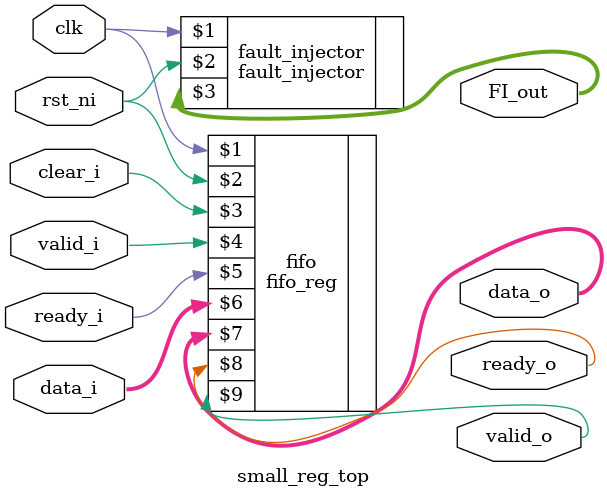
<source format=sv>
`timescale 1ns / 1ps


module small_reg_top #(N = 256)(
   input logic clk,
   input logic rst_ni,
   input logic clear_i,     
   input logic valid_i,
   input logic ready_i,
   input logic [31:0] data_i,
   output logic [31:0] data_o,
   output logic ready_o,
   output logic valid_o, 
   output logic [N-1:0] FI_out);
   
   fifo_reg fifo (clk, rst_ni, clear_i, valid_i, ready_i, data_i, data_o, ready_o, valid_o);
   fault_injector fault_injector (clk, rst_ni, FI_out); 
   
   
    

endmodule

</source>
